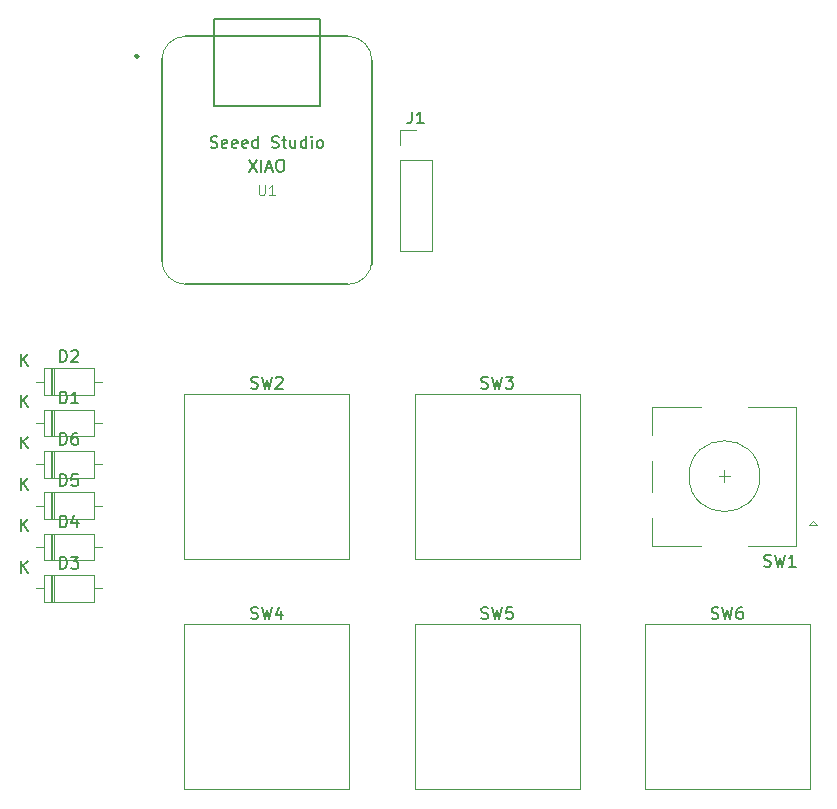
<source format=gbr>
%TF.GenerationSoftware,KiCad,Pcbnew,8.0.5*%
%TF.CreationDate,2024-10-20T15:53:25-05:00*%
%TF.ProjectId,hackpad,6861636b-7061-4642-9e6b-696361645f70,rev?*%
%TF.SameCoordinates,Original*%
%TF.FileFunction,Legend,Top*%
%TF.FilePolarity,Positive*%
%FSLAX46Y46*%
G04 Gerber Fmt 4.6, Leading zero omitted, Abs format (unit mm)*
G04 Created by KiCad (PCBNEW 8.0.5) date 2024-10-20 15:53:25*
%MOMM*%
%LPD*%
G01*
G04 APERTURE LIST*
%ADD10C,0.150000*%
%ADD11C,0.101600*%
%ADD12C,0.120000*%
%ADD13C,0.127000*%
%ADD14C,0.254000*%
%ADD15C,0.025400*%
G04 APERTURE END LIST*
D10*
X80511905Y-45334819D02*
X80511905Y-44334819D01*
X80511905Y-44334819D02*
X80750000Y-44334819D01*
X80750000Y-44334819D02*
X80892857Y-44382438D01*
X80892857Y-44382438D02*
X80988095Y-44477676D01*
X80988095Y-44477676D02*
X81035714Y-44572914D01*
X81035714Y-44572914D02*
X81083333Y-44763390D01*
X81083333Y-44763390D02*
X81083333Y-44906247D01*
X81083333Y-44906247D02*
X81035714Y-45096723D01*
X81035714Y-45096723D02*
X80988095Y-45191961D01*
X80988095Y-45191961D02*
X80892857Y-45287200D01*
X80892857Y-45287200D02*
X80750000Y-45334819D01*
X80750000Y-45334819D02*
X80511905Y-45334819D01*
X81464286Y-44430057D02*
X81511905Y-44382438D01*
X81511905Y-44382438D02*
X81607143Y-44334819D01*
X81607143Y-44334819D02*
X81845238Y-44334819D01*
X81845238Y-44334819D02*
X81940476Y-44382438D01*
X81940476Y-44382438D02*
X81988095Y-44430057D01*
X81988095Y-44430057D02*
X82035714Y-44525295D01*
X82035714Y-44525295D02*
X82035714Y-44620533D01*
X82035714Y-44620533D02*
X81988095Y-44763390D01*
X81988095Y-44763390D02*
X81416667Y-45334819D01*
X81416667Y-45334819D02*
X82035714Y-45334819D01*
X77178095Y-45654819D02*
X77178095Y-44654819D01*
X77749523Y-45654819D02*
X77320952Y-45083390D01*
X77749523Y-44654819D02*
X77178095Y-45226247D01*
D11*
X97322666Y-30306985D02*
X97322666Y-31026652D01*
X97322666Y-31026652D02*
X97365000Y-31111318D01*
X97365000Y-31111318D02*
X97407333Y-31153652D01*
X97407333Y-31153652D02*
X97492000Y-31195985D01*
X97492000Y-31195985D02*
X97661333Y-31195985D01*
X97661333Y-31195985D02*
X97746000Y-31153652D01*
X97746000Y-31153652D02*
X97788333Y-31111318D01*
X97788333Y-31111318D02*
X97830666Y-31026652D01*
X97830666Y-31026652D02*
X97830666Y-30306985D01*
X98719666Y-31195985D02*
X98211666Y-31195985D01*
X98465666Y-31195985D02*
X98465666Y-30306985D01*
X98465666Y-30306985D02*
X98380999Y-30433985D01*
X98380999Y-30433985D02*
X98296333Y-30518652D01*
X98296333Y-30518652D02*
X98211666Y-30560985D01*
D10*
X93238095Y-27157200D02*
X93380952Y-27204819D01*
X93380952Y-27204819D02*
X93619047Y-27204819D01*
X93619047Y-27204819D02*
X93714285Y-27157200D01*
X93714285Y-27157200D02*
X93761904Y-27109580D01*
X93761904Y-27109580D02*
X93809523Y-27014342D01*
X93809523Y-27014342D02*
X93809523Y-26919104D01*
X93809523Y-26919104D02*
X93761904Y-26823866D01*
X93761904Y-26823866D02*
X93714285Y-26776247D01*
X93714285Y-26776247D02*
X93619047Y-26728628D01*
X93619047Y-26728628D02*
X93428571Y-26681009D01*
X93428571Y-26681009D02*
X93333333Y-26633390D01*
X93333333Y-26633390D02*
X93285714Y-26585771D01*
X93285714Y-26585771D02*
X93238095Y-26490533D01*
X93238095Y-26490533D02*
X93238095Y-26395295D01*
X93238095Y-26395295D02*
X93285714Y-26300057D01*
X93285714Y-26300057D02*
X93333333Y-26252438D01*
X93333333Y-26252438D02*
X93428571Y-26204819D01*
X93428571Y-26204819D02*
X93666666Y-26204819D01*
X93666666Y-26204819D02*
X93809523Y-26252438D01*
X94619047Y-27157200D02*
X94523809Y-27204819D01*
X94523809Y-27204819D02*
X94333333Y-27204819D01*
X94333333Y-27204819D02*
X94238095Y-27157200D01*
X94238095Y-27157200D02*
X94190476Y-27061961D01*
X94190476Y-27061961D02*
X94190476Y-26681009D01*
X94190476Y-26681009D02*
X94238095Y-26585771D01*
X94238095Y-26585771D02*
X94333333Y-26538152D01*
X94333333Y-26538152D02*
X94523809Y-26538152D01*
X94523809Y-26538152D02*
X94619047Y-26585771D01*
X94619047Y-26585771D02*
X94666666Y-26681009D01*
X94666666Y-26681009D02*
X94666666Y-26776247D01*
X94666666Y-26776247D02*
X94190476Y-26871485D01*
X95476190Y-27157200D02*
X95380952Y-27204819D01*
X95380952Y-27204819D02*
X95190476Y-27204819D01*
X95190476Y-27204819D02*
X95095238Y-27157200D01*
X95095238Y-27157200D02*
X95047619Y-27061961D01*
X95047619Y-27061961D02*
X95047619Y-26681009D01*
X95047619Y-26681009D02*
X95095238Y-26585771D01*
X95095238Y-26585771D02*
X95190476Y-26538152D01*
X95190476Y-26538152D02*
X95380952Y-26538152D01*
X95380952Y-26538152D02*
X95476190Y-26585771D01*
X95476190Y-26585771D02*
X95523809Y-26681009D01*
X95523809Y-26681009D02*
X95523809Y-26776247D01*
X95523809Y-26776247D02*
X95047619Y-26871485D01*
X96333333Y-27157200D02*
X96238095Y-27204819D01*
X96238095Y-27204819D02*
X96047619Y-27204819D01*
X96047619Y-27204819D02*
X95952381Y-27157200D01*
X95952381Y-27157200D02*
X95904762Y-27061961D01*
X95904762Y-27061961D02*
X95904762Y-26681009D01*
X95904762Y-26681009D02*
X95952381Y-26585771D01*
X95952381Y-26585771D02*
X96047619Y-26538152D01*
X96047619Y-26538152D02*
X96238095Y-26538152D01*
X96238095Y-26538152D02*
X96333333Y-26585771D01*
X96333333Y-26585771D02*
X96380952Y-26681009D01*
X96380952Y-26681009D02*
X96380952Y-26776247D01*
X96380952Y-26776247D02*
X95904762Y-26871485D01*
X97238095Y-27204819D02*
X97238095Y-26204819D01*
X97238095Y-27157200D02*
X97142857Y-27204819D01*
X97142857Y-27204819D02*
X96952381Y-27204819D01*
X96952381Y-27204819D02*
X96857143Y-27157200D01*
X96857143Y-27157200D02*
X96809524Y-27109580D01*
X96809524Y-27109580D02*
X96761905Y-27014342D01*
X96761905Y-27014342D02*
X96761905Y-26728628D01*
X96761905Y-26728628D02*
X96809524Y-26633390D01*
X96809524Y-26633390D02*
X96857143Y-26585771D01*
X96857143Y-26585771D02*
X96952381Y-26538152D01*
X96952381Y-26538152D02*
X97142857Y-26538152D01*
X97142857Y-26538152D02*
X97238095Y-26585771D01*
X98428572Y-27157200D02*
X98571429Y-27204819D01*
X98571429Y-27204819D02*
X98809524Y-27204819D01*
X98809524Y-27204819D02*
X98904762Y-27157200D01*
X98904762Y-27157200D02*
X98952381Y-27109580D01*
X98952381Y-27109580D02*
X99000000Y-27014342D01*
X99000000Y-27014342D02*
X99000000Y-26919104D01*
X99000000Y-26919104D02*
X98952381Y-26823866D01*
X98952381Y-26823866D02*
X98904762Y-26776247D01*
X98904762Y-26776247D02*
X98809524Y-26728628D01*
X98809524Y-26728628D02*
X98619048Y-26681009D01*
X98619048Y-26681009D02*
X98523810Y-26633390D01*
X98523810Y-26633390D02*
X98476191Y-26585771D01*
X98476191Y-26585771D02*
X98428572Y-26490533D01*
X98428572Y-26490533D02*
X98428572Y-26395295D01*
X98428572Y-26395295D02*
X98476191Y-26300057D01*
X98476191Y-26300057D02*
X98523810Y-26252438D01*
X98523810Y-26252438D02*
X98619048Y-26204819D01*
X98619048Y-26204819D02*
X98857143Y-26204819D01*
X98857143Y-26204819D02*
X99000000Y-26252438D01*
X99285715Y-26538152D02*
X99666667Y-26538152D01*
X99428572Y-26204819D02*
X99428572Y-27061961D01*
X99428572Y-27061961D02*
X99476191Y-27157200D01*
X99476191Y-27157200D02*
X99571429Y-27204819D01*
X99571429Y-27204819D02*
X99666667Y-27204819D01*
X100428572Y-26538152D02*
X100428572Y-27204819D01*
X100000001Y-26538152D02*
X100000001Y-27061961D01*
X100000001Y-27061961D02*
X100047620Y-27157200D01*
X100047620Y-27157200D02*
X100142858Y-27204819D01*
X100142858Y-27204819D02*
X100285715Y-27204819D01*
X100285715Y-27204819D02*
X100380953Y-27157200D01*
X100380953Y-27157200D02*
X100428572Y-27109580D01*
X101333334Y-27204819D02*
X101333334Y-26204819D01*
X101333334Y-27157200D02*
X101238096Y-27204819D01*
X101238096Y-27204819D02*
X101047620Y-27204819D01*
X101047620Y-27204819D02*
X100952382Y-27157200D01*
X100952382Y-27157200D02*
X100904763Y-27109580D01*
X100904763Y-27109580D02*
X100857144Y-27014342D01*
X100857144Y-27014342D02*
X100857144Y-26728628D01*
X100857144Y-26728628D02*
X100904763Y-26633390D01*
X100904763Y-26633390D02*
X100952382Y-26585771D01*
X100952382Y-26585771D02*
X101047620Y-26538152D01*
X101047620Y-26538152D02*
X101238096Y-26538152D01*
X101238096Y-26538152D02*
X101333334Y-26585771D01*
X101809525Y-27204819D02*
X101809525Y-26538152D01*
X101809525Y-26204819D02*
X101761906Y-26252438D01*
X101761906Y-26252438D02*
X101809525Y-26300057D01*
X101809525Y-26300057D02*
X101857144Y-26252438D01*
X101857144Y-26252438D02*
X101809525Y-26204819D01*
X101809525Y-26204819D02*
X101809525Y-26300057D01*
X102428572Y-27204819D02*
X102333334Y-27157200D01*
X102333334Y-27157200D02*
X102285715Y-27109580D01*
X102285715Y-27109580D02*
X102238096Y-27014342D01*
X102238096Y-27014342D02*
X102238096Y-26728628D01*
X102238096Y-26728628D02*
X102285715Y-26633390D01*
X102285715Y-26633390D02*
X102333334Y-26585771D01*
X102333334Y-26585771D02*
X102428572Y-26538152D01*
X102428572Y-26538152D02*
X102571429Y-26538152D01*
X102571429Y-26538152D02*
X102666667Y-26585771D01*
X102666667Y-26585771D02*
X102714286Y-26633390D01*
X102714286Y-26633390D02*
X102761905Y-26728628D01*
X102761905Y-26728628D02*
X102761905Y-27014342D01*
X102761905Y-27014342D02*
X102714286Y-27109580D01*
X102714286Y-27109580D02*
X102666667Y-27157200D01*
X102666667Y-27157200D02*
X102571429Y-27204819D01*
X102571429Y-27204819D02*
X102428572Y-27204819D01*
X96476191Y-28204819D02*
X97142857Y-29204819D01*
X97142857Y-28204819D02*
X96476191Y-29204819D01*
X97523810Y-29204819D02*
X97523810Y-28204819D01*
X97952381Y-28919104D02*
X98428571Y-28919104D01*
X97857143Y-29204819D02*
X98190476Y-28204819D01*
X98190476Y-28204819D02*
X98523809Y-29204819D01*
X99047619Y-28204819D02*
X99238095Y-28204819D01*
X99238095Y-28204819D02*
X99333333Y-28252438D01*
X99333333Y-28252438D02*
X99428571Y-28347676D01*
X99428571Y-28347676D02*
X99476190Y-28538152D01*
X99476190Y-28538152D02*
X99476190Y-28871485D01*
X99476190Y-28871485D02*
X99428571Y-29061961D01*
X99428571Y-29061961D02*
X99333333Y-29157200D01*
X99333333Y-29157200D02*
X99238095Y-29204819D01*
X99238095Y-29204819D02*
X99047619Y-29204819D01*
X99047619Y-29204819D02*
X98952381Y-29157200D01*
X98952381Y-29157200D02*
X98857143Y-29061961D01*
X98857143Y-29061961D02*
X98809524Y-28871485D01*
X98809524Y-28871485D02*
X98809524Y-28538152D01*
X98809524Y-28538152D02*
X98857143Y-28347676D01*
X98857143Y-28347676D02*
X98952381Y-28252438D01*
X98952381Y-28252438D02*
X99047619Y-28204819D01*
X110291666Y-24124819D02*
X110291666Y-24839104D01*
X110291666Y-24839104D02*
X110244047Y-24981961D01*
X110244047Y-24981961D02*
X110148809Y-25077200D01*
X110148809Y-25077200D02*
X110005952Y-25124819D01*
X110005952Y-25124819D02*
X109910714Y-25124819D01*
X111291666Y-25124819D02*
X110720238Y-25124819D01*
X111005952Y-25124819D02*
X111005952Y-24124819D01*
X111005952Y-24124819D02*
X110910714Y-24267676D01*
X110910714Y-24267676D02*
X110815476Y-24362914D01*
X110815476Y-24362914D02*
X110720238Y-24410533D01*
X80511905Y-55834819D02*
X80511905Y-54834819D01*
X80511905Y-54834819D02*
X80750000Y-54834819D01*
X80750000Y-54834819D02*
X80892857Y-54882438D01*
X80892857Y-54882438D02*
X80988095Y-54977676D01*
X80988095Y-54977676D02*
X81035714Y-55072914D01*
X81035714Y-55072914D02*
X81083333Y-55263390D01*
X81083333Y-55263390D02*
X81083333Y-55406247D01*
X81083333Y-55406247D02*
X81035714Y-55596723D01*
X81035714Y-55596723D02*
X80988095Y-55691961D01*
X80988095Y-55691961D02*
X80892857Y-55787200D01*
X80892857Y-55787200D02*
X80750000Y-55834819D01*
X80750000Y-55834819D02*
X80511905Y-55834819D01*
X81988095Y-54834819D02*
X81511905Y-54834819D01*
X81511905Y-54834819D02*
X81464286Y-55311009D01*
X81464286Y-55311009D02*
X81511905Y-55263390D01*
X81511905Y-55263390D02*
X81607143Y-55215771D01*
X81607143Y-55215771D02*
X81845238Y-55215771D01*
X81845238Y-55215771D02*
X81940476Y-55263390D01*
X81940476Y-55263390D02*
X81988095Y-55311009D01*
X81988095Y-55311009D02*
X82035714Y-55406247D01*
X82035714Y-55406247D02*
X82035714Y-55644342D01*
X82035714Y-55644342D02*
X81988095Y-55739580D01*
X81988095Y-55739580D02*
X81940476Y-55787200D01*
X81940476Y-55787200D02*
X81845238Y-55834819D01*
X81845238Y-55834819D02*
X81607143Y-55834819D01*
X81607143Y-55834819D02*
X81511905Y-55787200D01*
X81511905Y-55787200D02*
X81464286Y-55739580D01*
X77178095Y-56154819D02*
X77178095Y-55154819D01*
X77749523Y-56154819D02*
X77320952Y-55583390D01*
X77749523Y-55154819D02*
X77178095Y-55726247D01*
X80511905Y-48834819D02*
X80511905Y-47834819D01*
X80511905Y-47834819D02*
X80750000Y-47834819D01*
X80750000Y-47834819D02*
X80892857Y-47882438D01*
X80892857Y-47882438D02*
X80988095Y-47977676D01*
X80988095Y-47977676D02*
X81035714Y-48072914D01*
X81035714Y-48072914D02*
X81083333Y-48263390D01*
X81083333Y-48263390D02*
X81083333Y-48406247D01*
X81083333Y-48406247D02*
X81035714Y-48596723D01*
X81035714Y-48596723D02*
X80988095Y-48691961D01*
X80988095Y-48691961D02*
X80892857Y-48787200D01*
X80892857Y-48787200D02*
X80750000Y-48834819D01*
X80750000Y-48834819D02*
X80511905Y-48834819D01*
X82035714Y-48834819D02*
X81464286Y-48834819D01*
X81750000Y-48834819D02*
X81750000Y-47834819D01*
X81750000Y-47834819D02*
X81654762Y-47977676D01*
X81654762Y-47977676D02*
X81559524Y-48072914D01*
X81559524Y-48072914D02*
X81464286Y-48120533D01*
X77178095Y-49154819D02*
X77178095Y-48154819D01*
X77749523Y-49154819D02*
X77320952Y-48583390D01*
X77749523Y-48154819D02*
X77178095Y-48726247D01*
X140116667Y-62607200D02*
X140259524Y-62654819D01*
X140259524Y-62654819D02*
X140497619Y-62654819D01*
X140497619Y-62654819D02*
X140592857Y-62607200D01*
X140592857Y-62607200D02*
X140640476Y-62559580D01*
X140640476Y-62559580D02*
X140688095Y-62464342D01*
X140688095Y-62464342D02*
X140688095Y-62369104D01*
X140688095Y-62369104D02*
X140640476Y-62273866D01*
X140640476Y-62273866D02*
X140592857Y-62226247D01*
X140592857Y-62226247D02*
X140497619Y-62178628D01*
X140497619Y-62178628D02*
X140307143Y-62131009D01*
X140307143Y-62131009D02*
X140211905Y-62083390D01*
X140211905Y-62083390D02*
X140164286Y-62035771D01*
X140164286Y-62035771D02*
X140116667Y-61940533D01*
X140116667Y-61940533D02*
X140116667Y-61845295D01*
X140116667Y-61845295D02*
X140164286Y-61750057D01*
X140164286Y-61750057D02*
X140211905Y-61702438D01*
X140211905Y-61702438D02*
X140307143Y-61654819D01*
X140307143Y-61654819D02*
X140545238Y-61654819D01*
X140545238Y-61654819D02*
X140688095Y-61702438D01*
X141021429Y-61654819D02*
X141259524Y-62654819D01*
X141259524Y-62654819D02*
X141450000Y-61940533D01*
X141450000Y-61940533D02*
X141640476Y-62654819D01*
X141640476Y-62654819D02*
X141878572Y-61654819D01*
X142783333Y-62654819D02*
X142211905Y-62654819D01*
X142497619Y-62654819D02*
X142497619Y-61654819D01*
X142497619Y-61654819D02*
X142402381Y-61797676D01*
X142402381Y-61797676D02*
X142307143Y-61892914D01*
X142307143Y-61892914D02*
X142211905Y-61940533D01*
X80511905Y-62834819D02*
X80511905Y-61834819D01*
X80511905Y-61834819D02*
X80750000Y-61834819D01*
X80750000Y-61834819D02*
X80892857Y-61882438D01*
X80892857Y-61882438D02*
X80988095Y-61977676D01*
X80988095Y-61977676D02*
X81035714Y-62072914D01*
X81035714Y-62072914D02*
X81083333Y-62263390D01*
X81083333Y-62263390D02*
X81083333Y-62406247D01*
X81083333Y-62406247D02*
X81035714Y-62596723D01*
X81035714Y-62596723D02*
X80988095Y-62691961D01*
X80988095Y-62691961D02*
X80892857Y-62787200D01*
X80892857Y-62787200D02*
X80750000Y-62834819D01*
X80750000Y-62834819D02*
X80511905Y-62834819D01*
X81416667Y-61834819D02*
X82035714Y-61834819D01*
X82035714Y-61834819D02*
X81702381Y-62215771D01*
X81702381Y-62215771D02*
X81845238Y-62215771D01*
X81845238Y-62215771D02*
X81940476Y-62263390D01*
X81940476Y-62263390D02*
X81988095Y-62311009D01*
X81988095Y-62311009D02*
X82035714Y-62406247D01*
X82035714Y-62406247D02*
X82035714Y-62644342D01*
X82035714Y-62644342D02*
X81988095Y-62739580D01*
X81988095Y-62739580D02*
X81940476Y-62787200D01*
X81940476Y-62787200D02*
X81845238Y-62834819D01*
X81845238Y-62834819D02*
X81559524Y-62834819D01*
X81559524Y-62834819D02*
X81464286Y-62787200D01*
X81464286Y-62787200D02*
X81416667Y-62739580D01*
X77178095Y-63154819D02*
X77178095Y-62154819D01*
X77749523Y-63154819D02*
X77320952Y-62583390D01*
X77749523Y-62154819D02*
X77178095Y-62726247D01*
X96666667Y-47533200D02*
X96809524Y-47580819D01*
X96809524Y-47580819D02*
X97047619Y-47580819D01*
X97047619Y-47580819D02*
X97142857Y-47533200D01*
X97142857Y-47533200D02*
X97190476Y-47485580D01*
X97190476Y-47485580D02*
X97238095Y-47390342D01*
X97238095Y-47390342D02*
X97238095Y-47295104D01*
X97238095Y-47295104D02*
X97190476Y-47199866D01*
X97190476Y-47199866D02*
X97142857Y-47152247D01*
X97142857Y-47152247D02*
X97047619Y-47104628D01*
X97047619Y-47104628D02*
X96857143Y-47057009D01*
X96857143Y-47057009D02*
X96761905Y-47009390D01*
X96761905Y-47009390D02*
X96714286Y-46961771D01*
X96714286Y-46961771D02*
X96666667Y-46866533D01*
X96666667Y-46866533D02*
X96666667Y-46771295D01*
X96666667Y-46771295D02*
X96714286Y-46676057D01*
X96714286Y-46676057D02*
X96761905Y-46628438D01*
X96761905Y-46628438D02*
X96857143Y-46580819D01*
X96857143Y-46580819D02*
X97095238Y-46580819D01*
X97095238Y-46580819D02*
X97238095Y-46628438D01*
X97571429Y-46580819D02*
X97809524Y-47580819D01*
X97809524Y-47580819D02*
X98000000Y-46866533D01*
X98000000Y-46866533D02*
X98190476Y-47580819D01*
X98190476Y-47580819D02*
X98428572Y-46580819D01*
X98761905Y-46676057D02*
X98809524Y-46628438D01*
X98809524Y-46628438D02*
X98904762Y-46580819D01*
X98904762Y-46580819D02*
X99142857Y-46580819D01*
X99142857Y-46580819D02*
X99238095Y-46628438D01*
X99238095Y-46628438D02*
X99285714Y-46676057D01*
X99285714Y-46676057D02*
X99333333Y-46771295D01*
X99333333Y-46771295D02*
X99333333Y-46866533D01*
X99333333Y-46866533D02*
X99285714Y-47009390D01*
X99285714Y-47009390D02*
X98714286Y-47580819D01*
X98714286Y-47580819D02*
X99333333Y-47580819D01*
X80511905Y-59334819D02*
X80511905Y-58334819D01*
X80511905Y-58334819D02*
X80750000Y-58334819D01*
X80750000Y-58334819D02*
X80892857Y-58382438D01*
X80892857Y-58382438D02*
X80988095Y-58477676D01*
X80988095Y-58477676D02*
X81035714Y-58572914D01*
X81035714Y-58572914D02*
X81083333Y-58763390D01*
X81083333Y-58763390D02*
X81083333Y-58906247D01*
X81083333Y-58906247D02*
X81035714Y-59096723D01*
X81035714Y-59096723D02*
X80988095Y-59191961D01*
X80988095Y-59191961D02*
X80892857Y-59287200D01*
X80892857Y-59287200D02*
X80750000Y-59334819D01*
X80750000Y-59334819D02*
X80511905Y-59334819D01*
X81940476Y-58668152D02*
X81940476Y-59334819D01*
X81702381Y-58287200D02*
X81464286Y-59001485D01*
X81464286Y-59001485D02*
X82083333Y-59001485D01*
X77178095Y-59654819D02*
X77178095Y-58654819D01*
X77749523Y-59654819D02*
X77320952Y-59083390D01*
X77749523Y-58654819D02*
X77178095Y-59226247D01*
X116166667Y-67033200D02*
X116309524Y-67080819D01*
X116309524Y-67080819D02*
X116547619Y-67080819D01*
X116547619Y-67080819D02*
X116642857Y-67033200D01*
X116642857Y-67033200D02*
X116690476Y-66985580D01*
X116690476Y-66985580D02*
X116738095Y-66890342D01*
X116738095Y-66890342D02*
X116738095Y-66795104D01*
X116738095Y-66795104D02*
X116690476Y-66699866D01*
X116690476Y-66699866D02*
X116642857Y-66652247D01*
X116642857Y-66652247D02*
X116547619Y-66604628D01*
X116547619Y-66604628D02*
X116357143Y-66557009D01*
X116357143Y-66557009D02*
X116261905Y-66509390D01*
X116261905Y-66509390D02*
X116214286Y-66461771D01*
X116214286Y-66461771D02*
X116166667Y-66366533D01*
X116166667Y-66366533D02*
X116166667Y-66271295D01*
X116166667Y-66271295D02*
X116214286Y-66176057D01*
X116214286Y-66176057D02*
X116261905Y-66128438D01*
X116261905Y-66128438D02*
X116357143Y-66080819D01*
X116357143Y-66080819D02*
X116595238Y-66080819D01*
X116595238Y-66080819D02*
X116738095Y-66128438D01*
X117071429Y-66080819D02*
X117309524Y-67080819D01*
X117309524Y-67080819D02*
X117500000Y-66366533D01*
X117500000Y-66366533D02*
X117690476Y-67080819D01*
X117690476Y-67080819D02*
X117928572Y-66080819D01*
X118785714Y-66080819D02*
X118309524Y-66080819D01*
X118309524Y-66080819D02*
X118261905Y-66557009D01*
X118261905Y-66557009D02*
X118309524Y-66509390D01*
X118309524Y-66509390D02*
X118404762Y-66461771D01*
X118404762Y-66461771D02*
X118642857Y-66461771D01*
X118642857Y-66461771D02*
X118738095Y-66509390D01*
X118738095Y-66509390D02*
X118785714Y-66557009D01*
X118785714Y-66557009D02*
X118833333Y-66652247D01*
X118833333Y-66652247D02*
X118833333Y-66890342D01*
X118833333Y-66890342D02*
X118785714Y-66985580D01*
X118785714Y-66985580D02*
X118738095Y-67033200D01*
X118738095Y-67033200D02*
X118642857Y-67080819D01*
X118642857Y-67080819D02*
X118404762Y-67080819D01*
X118404762Y-67080819D02*
X118309524Y-67033200D01*
X118309524Y-67033200D02*
X118261905Y-66985580D01*
X80511905Y-52334819D02*
X80511905Y-51334819D01*
X80511905Y-51334819D02*
X80750000Y-51334819D01*
X80750000Y-51334819D02*
X80892857Y-51382438D01*
X80892857Y-51382438D02*
X80988095Y-51477676D01*
X80988095Y-51477676D02*
X81035714Y-51572914D01*
X81035714Y-51572914D02*
X81083333Y-51763390D01*
X81083333Y-51763390D02*
X81083333Y-51906247D01*
X81083333Y-51906247D02*
X81035714Y-52096723D01*
X81035714Y-52096723D02*
X80988095Y-52191961D01*
X80988095Y-52191961D02*
X80892857Y-52287200D01*
X80892857Y-52287200D02*
X80750000Y-52334819D01*
X80750000Y-52334819D02*
X80511905Y-52334819D01*
X81940476Y-51334819D02*
X81750000Y-51334819D01*
X81750000Y-51334819D02*
X81654762Y-51382438D01*
X81654762Y-51382438D02*
X81607143Y-51430057D01*
X81607143Y-51430057D02*
X81511905Y-51572914D01*
X81511905Y-51572914D02*
X81464286Y-51763390D01*
X81464286Y-51763390D02*
X81464286Y-52144342D01*
X81464286Y-52144342D02*
X81511905Y-52239580D01*
X81511905Y-52239580D02*
X81559524Y-52287200D01*
X81559524Y-52287200D02*
X81654762Y-52334819D01*
X81654762Y-52334819D02*
X81845238Y-52334819D01*
X81845238Y-52334819D02*
X81940476Y-52287200D01*
X81940476Y-52287200D02*
X81988095Y-52239580D01*
X81988095Y-52239580D02*
X82035714Y-52144342D01*
X82035714Y-52144342D02*
X82035714Y-51906247D01*
X82035714Y-51906247D02*
X81988095Y-51811009D01*
X81988095Y-51811009D02*
X81940476Y-51763390D01*
X81940476Y-51763390D02*
X81845238Y-51715771D01*
X81845238Y-51715771D02*
X81654762Y-51715771D01*
X81654762Y-51715771D02*
X81559524Y-51763390D01*
X81559524Y-51763390D02*
X81511905Y-51811009D01*
X81511905Y-51811009D02*
X81464286Y-51906247D01*
X77178095Y-52654819D02*
X77178095Y-51654819D01*
X77749523Y-52654819D02*
X77320952Y-52083390D01*
X77749523Y-51654819D02*
X77178095Y-52226247D01*
X96666667Y-67033200D02*
X96809524Y-67080819D01*
X96809524Y-67080819D02*
X97047619Y-67080819D01*
X97047619Y-67080819D02*
X97142857Y-67033200D01*
X97142857Y-67033200D02*
X97190476Y-66985580D01*
X97190476Y-66985580D02*
X97238095Y-66890342D01*
X97238095Y-66890342D02*
X97238095Y-66795104D01*
X97238095Y-66795104D02*
X97190476Y-66699866D01*
X97190476Y-66699866D02*
X97142857Y-66652247D01*
X97142857Y-66652247D02*
X97047619Y-66604628D01*
X97047619Y-66604628D02*
X96857143Y-66557009D01*
X96857143Y-66557009D02*
X96761905Y-66509390D01*
X96761905Y-66509390D02*
X96714286Y-66461771D01*
X96714286Y-66461771D02*
X96666667Y-66366533D01*
X96666667Y-66366533D02*
X96666667Y-66271295D01*
X96666667Y-66271295D02*
X96714286Y-66176057D01*
X96714286Y-66176057D02*
X96761905Y-66128438D01*
X96761905Y-66128438D02*
X96857143Y-66080819D01*
X96857143Y-66080819D02*
X97095238Y-66080819D01*
X97095238Y-66080819D02*
X97238095Y-66128438D01*
X97571429Y-66080819D02*
X97809524Y-67080819D01*
X97809524Y-67080819D02*
X98000000Y-66366533D01*
X98000000Y-66366533D02*
X98190476Y-67080819D01*
X98190476Y-67080819D02*
X98428572Y-66080819D01*
X99238095Y-66414152D02*
X99238095Y-67080819D01*
X99000000Y-66033200D02*
X98761905Y-66747485D01*
X98761905Y-66747485D02*
X99380952Y-66747485D01*
X116166667Y-47533200D02*
X116309524Y-47580819D01*
X116309524Y-47580819D02*
X116547619Y-47580819D01*
X116547619Y-47580819D02*
X116642857Y-47533200D01*
X116642857Y-47533200D02*
X116690476Y-47485580D01*
X116690476Y-47485580D02*
X116738095Y-47390342D01*
X116738095Y-47390342D02*
X116738095Y-47295104D01*
X116738095Y-47295104D02*
X116690476Y-47199866D01*
X116690476Y-47199866D02*
X116642857Y-47152247D01*
X116642857Y-47152247D02*
X116547619Y-47104628D01*
X116547619Y-47104628D02*
X116357143Y-47057009D01*
X116357143Y-47057009D02*
X116261905Y-47009390D01*
X116261905Y-47009390D02*
X116214286Y-46961771D01*
X116214286Y-46961771D02*
X116166667Y-46866533D01*
X116166667Y-46866533D02*
X116166667Y-46771295D01*
X116166667Y-46771295D02*
X116214286Y-46676057D01*
X116214286Y-46676057D02*
X116261905Y-46628438D01*
X116261905Y-46628438D02*
X116357143Y-46580819D01*
X116357143Y-46580819D02*
X116595238Y-46580819D01*
X116595238Y-46580819D02*
X116738095Y-46628438D01*
X117071429Y-46580819D02*
X117309524Y-47580819D01*
X117309524Y-47580819D02*
X117500000Y-46866533D01*
X117500000Y-46866533D02*
X117690476Y-47580819D01*
X117690476Y-47580819D02*
X117928572Y-46580819D01*
X118214286Y-46580819D02*
X118833333Y-46580819D01*
X118833333Y-46580819D02*
X118500000Y-46961771D01*
X118500000Y-46961771D02*
X118642857Y-46961771D01*
X118642857Y-46961771D02*
X118738095Y-47009390D01*
X118738095Y-47009390D02*
X118785714Y-47057009D01*
X118785714Y-47057009D02*
X118833333Y-47152247D01*
X118833333Y-47152247D02*
X118833333Y-47390342D01*
X118833333Y-47390342D02*
X118785714Y-47485580D01*
X118785714Y-47485580D02*
X118738095Y-47533200D01*
X118738095Y-47533200D02*
X118642857Y-47580819D01*
X118642857Y-47580819D02*
X118357143Y-47580819D01*
X118357143Y-47580819D02*
X118261905Y-47533200D01*
X118261905Y-47533200D02*
X118214286Y-47485580D01*
X135666667Y-67033200D02*
X135809524Y-67080819D01*
X135809524Y-67080819D02*
X136047619Y-67080819D01*
X136047619Y-67080819D02*
X136142857Y-67033200D01*
X136142857Y-67033200D02*
X136190476Y-66985580D01*
X136190476Y-66985580D02*
X136238095Y-66890342D01*
X136238095Y-66890342D02*
X136238095Y-66795104D01*
X136238095Y-66795104D02*
X136190476Y-66699866D01*
X136190476Y-66699866D02*
X136142857Y-66652247D01*
X136142857Y-66652247D02*
X136047619Y-66604628D01*
X136047619Y-66604628D02*
X135857143Y-66557009D01*
X135857143Y-66557009D02*
X135761905Y-66509390D01*
X135761905Y-66509390D02*
X135714286Y-66461771D01*
X135714286Y-66461771D02*
X135666667Y-66366533D01*
X135666667Y-66366533D02*
X135666667Y-66271295D01*
X135666667Y-66271295D02*
X135714286Y-66176057D01*
X135714286Y-66176057D02*
X135761905Y-66128438D01*
X135761905Y-66128438D02*
X135857143Y-66080819D01*
X135857143Y-66080819D02*
X136095238Y-66080819D01*
X136095238Y-66080819D02*
X136238095Y-66128438D01*
X136571429Y-66080819D02*
X136809524Y-67080819D01*
X136809524Y-67080819D02*
X137000000Y-66366533D01*
X137000000Y-66366533D02*
X137190476Y-67080819D01*
X137190476Y-67080819D02*
X137428572Y-66080819D01*
X138238095Y-66080819D02*
X138047619Y-66080819D01*
X138047619Y-66080819D02*
X137952381Y-66128438D01*
X137952381Y-66128438D02*
X137904762Y-66176057D01*
X137904762Y-66176057D02*
X137809524Y-66318914D01*
X137809524Y-66318914D02*
X137761905Y-66509390D01*
X137761905Y-66509390D02*
X137761905Y-66890342D01*
X137761905Y-66890342D02*
X137809524Y-66985580D01*
X137809524Y-66985580D02*
X137857143Y-67033200D01*
X137857143Y-67033200D02*
X137952381Y-67080819D01*
X137952381Y-67080819D02*
X138142857Y-67080819D01*
X138142857Y-67080819D02*
X138238095Y-67033200D01*
X138238095Y-67033200D02*
X138285714Y-66985580D01*
X138285714Y-66985580D02*
X138333333Y-66890342D01*
X138333333Y-66890342D02*
X138333333Y-66652247D01*
X138333333Y-66652247D02*
X138285714Y-66557009D01*
X138285714Y-66557009D02*
X138238095Y-66509390D01*
X138238095Y-66509390D02*
X138142857Y-66461771D01*
X138142857Y-66461771D02*
X137952381Y-66461771D01*
X137952381Y-66461771D02*
X137857143Y-66509390D01*
X137857143Y-66509390D02*
X137809524Y-66557009D01*
X137809524Y-66557009D02*
X137761905Y-66652247D01*
D12*
%TO.C,D2*%
X78480000Y-47000000D02*
X79130000Y-47000000D01*
X79130000Y-45880000D02*
X79130000Y-48120000D01*
X79130000Y-48120000D02*
X83370000Y-48120000D01*
X79730000Y-45880000D02*
X79730000Y-48120000D01*
X79850000Y-45880000D02*
X79850000Y-48120000D01*
X79970000Y-45880000D02*
X79970000Y-48120000D01*
X83370000Y-45880000D02*
X79130000Y-45880000D01*
X83370000Y-48120000D02*
X83370000Y-45880000D01*
X84020000Y-47000000D02*
X83370000Y-47000000D01*
D13*
%TO.C,U1*%
X89100000Y-19750000D02*
X89100000Y-36750000D01*
X91100000Y-38750000D02*
X104900000Y-38750000D01*
X93500000Y-16325970D02*
X102500000Y-16325970D01*
X93500000Y-23679270D02*
X93500000Y-16325970D01*
X102500000Y-16325970D02*
X102500000Y-23679270D01*
X102500000Y-23679270D02*
X93500000Y-23679270D01*
X104900000Y-17750910D02*
X91100000Y-17750910D01*
X106900000Y-36750000D02*
X106900000Y-19750000D01*
D12*
X89100000Y-19750000D02*
G75*
G02*
X91100000Y-17750000I2044612J-44612D01*
G01*
X91100000Y-38750000D02*
G75*
G02*
X89100000Y-36750000I44857J2044857D01*
G01*
X104900000Y-17750000D02*
G75*
G02*
X106900000Y-19750000I-44600J-2044600D01*
G01*
X106900000Y-36750000D02*
G75*
G02*
X104900000Y-38750000I-2000000J0D01*
G01*
D14*
X87127000Y-19450000D02*
G75*
G02*
X86873000Y-19450000I-127000J0D01*
G01*
X86873000Y-19450000D02*
G75*
G02*
X87127000Y-19450000I127000J0D01*
G01*
D15*
X89112285Y-19688295D02*
X89115333Y-19639527D01*
X89119397Y-19590506D01*
X89112285Y-19688295D01*
X106887713Y-36820850D02*
X106884665Y-36869618D01*
X106880601Y-36918639D01*
X106875268Y-36967407D01*
X106868664Y-37016175D01*
X106861044Y-37064690D01*
X106852153Y-37112950D01*
X106842248Y-37160955D01*
X106889492Y-36771574D01*
X106887713Y-36820850D01*
D12*
%TO.C,J1*%
X109295000Y-25670000D02*
X110625000Y-25670000D01*
X109295000Y-27000000D02*
X109295000Y-25670000D01*
X109295000Y-28270000D02*
X109295000Y-35950000D01*
X109295000Y-28270000D02*
X111955000Y-28270000D01*
X109295000Y-35950000D02*
X111955000Y-35950000D01*
X111955000Y-28270000D02*
X111955000Y-35950000D01*
%TO.C,D5*%
X78480000Y-57500000D02*
X79130000Y-57500000D01*
X79130000Y-56380000D02*
X79130000Y-58620000D01*
X79130000Y-58620000D02*
X83370000Y-58620000D01*
X79730000Y-56380000D02*
X79730000Y-58620000D01*
X79850000Y-56380000D02*
X79850000Y-58620000D01*
X79970000Y-56380000D02*
X79970000Y-58620000D01*
X83370000Y-56380000D02*
X79130000Y-56380000D01*
X83370000Y-58620000D02*
X83370000Y-56380000D01*
X84020000Y-57500000D02*
X83370000Y-57500000D01*
%TO.C,D1*%
X78480000Y-50500000D02*
X79130000Y-50500000D01*
X79130000Y-49380000D02*
X79130000Y-51620000D01*
X79130000Y-51620000D02*
X83370000Y-51620000D01*
X79730000Y-49380000D02*
X79730000Y-51620000D01*
X79850000Y-49380000D02*
X79850000Y-51620000D01*
X79970000Y-49380000D02*
X79970000Y-51620000D01*
X83370000Y-49380000D02*
X79130000Y-49380000D01*
X83370000Y-51620000D02*
X83370000Y-49380000D01*
X84020000Y-50500000D02*
X83370000Y-50500000D01*
%TO.C,SW1*%
X130650000Y-49100000D02*
X134750000Y-49100000D01*
X130650000Y-51500000D02*
X130650000Y-49100000D01*
X130650000Y-56300000D02*
X130650000Y-53700000D01*
X130650000Y-60900000D02*
X130650000Y-58500000D01*
X134750000Y-60900000D02*
X130650000Y-60900000D01*
X136750000Y-55500000D02*
X136750000Y-54500000D01*
X137250000Y-55000000D02*
X136250000Y-55000000D01*
X138750000Y-49100000D02*
X142850000Y-49100000D01*
X138750000Y-60900000D02*
X142850000Y-60900000D01*
X142850000Y-60900000D02*
X142850000Y-49100000D01*
X143950000Y-59100000D02*
X144250000Y-58800000D01*
X144250000Y-58800000D02*
X144550000Y-59100000D01*
X144550000Y-59100000D02*
X143950000Y-59100000D01*
X139750000Y-55000000D02*
G75*
G02*
X133750000Y-55000000I-3000000J0D01*
G01*
X133750000Y-55000000D02*
G75*
G02*
X139750000Y-55000000I3000000J0D01*
G01*
%TO.C,D3*%
X78480000Y-64500000D02*
X79130000Y-64500000D01*
X79130000Y-63380000D02*
X79130000Y-65620000D01*
X79130000Y-65620000D02*
X83370000Y-65620000D01*
X79730000Y-63380000D02*
X79730000Y-65620000D01*
X79850000Y-63380000D02*
X79850000Y-65620000D01*
X79970000Y-63380000D02*
X79970000Y-65620000D01*
X83370000Y-63380000D02*
X79130000Y-63380000D01*
X83370000Y-65620000D02*
X83370000Y-63380000D01*
X84020000Y-64500000D02*
X83370000Y-64500000D01*
%TO.C,SW2*%
X91015000Y-48015000D02*
X104985000Y-48015000D01*
X91015000Y-61985000D02*
X91015000Y-48015000D01*
X104985000Y-48015000D02*
X104985000Y-61985000D01*
X104985000Y-61985000D02*
X91015000Y-61985000D01*
%TO.C,D4*%
X78480000Y-61000000D02*
X79130000Y-61000000D01*
X79130000Y-59880000D02*
X79130000Y-62120000D01*
X79130000Y-62120000D02*
X83370000Y-62120000D01*
X79730000Y-59880000D02*
X79730000Y-62120000D01*
X79850000Y-59880000D02*
X79850000Y-62120000D01*
X79970000Y-59880000D02*
X79970000Y-62120000D01*
X83370000Y-59880000D02*
X79130000Y-59880000D01*
X83370000Y-62120000D02*
X83370000Y-59880000D01*
X84020000Y-61000000D02*
X83370000Y-61000000D01*
%TO.C,SW5*%
X110515000Y-67515000D02*
X124485000Y-67515000D01*
X110515000Y-81485000D02*
X110515000Y-67515000D01*
X124485000Y-67515000D02*
X124485000Y-81485000D01*
X124485000Y-81485000D02*
X110515000Y-81485000D01*
%TO.C,D6*%
X78480000Y-54000000D02*
X79130000Y-54000000D01*
X79130000Y-52880000D02*
X79130000Y-55120000D01*
X79130000Y-55120000D02*
X83370000Y-55120000D01*
X79730000Y-52880000D02*
X79730000Y-55120000D01*
X79850000Y-52880000D02*
X79850000Y-55120000D01*
X79970000Y-52880000D02*
X79970000Y-55120000D01*
X83370000Y-52880000D02*
X79130000Y-52880000D01*
X83370000Y-55120000D02*
X83370000Y-52880000D01*
X84020000Y-54000000D02*
X83370000Y-54000000D01*
%TO.C,SW4*%
X91015000Y-67515000D02*
X104985000Y-67515000D01*
X91015000Y-81485000D02*
X91015000Y-67515000D01*
X104985000Y-67515000D02*
X104985000Y-81485000D01*
X104985000Y-81485000D02*
X91015000Y-81485000D01*
%TO.C,SW3*%
X110515000Y-48015000D02*
X124485000Y-48015000D01*
X110515000Y-61985000D02*
X110515000Y-48015000D01*
X124485000Y-48015000D02*
X124485000Y-61985000D01*
X124485000Y-61985000D02*
X110515000Y-61985000D01*
%TO.C,SW6*%
X130015000Y-67515000D02*
X143985000Y-67515000D01*
X130015000Y-81485000D02*
X130015000Y-67515000D01*
X143985000Y-67515000D02*
X143985000Y-81485000D01*
X143985000Y-81485000D02*
X130015000Y-81485000D01*
%TD*%
M02*

</source>
